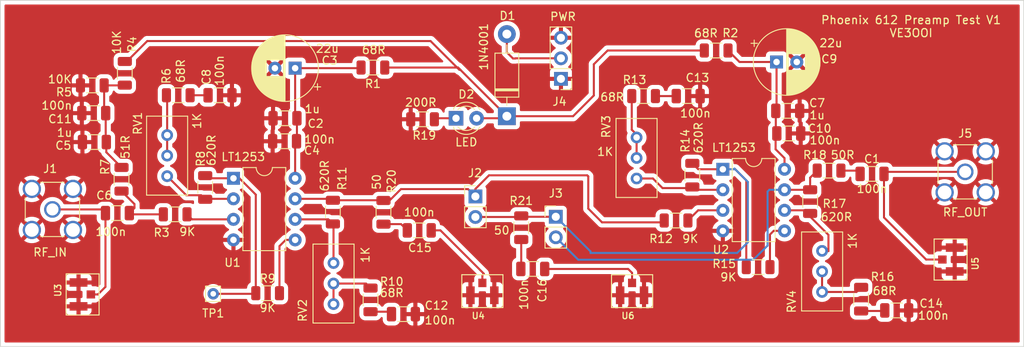
<source format=kicad_pcb>
(kicad_pcb (version 20211014) (generator pcbnew)
  (layers (0 "F.Cu" signal) (31 "B.Cu" signal) (34 "B.Paste" user) (35 "F.Paste" user) (36 "B.SilkS" user "B.Silkscreen") (37 "F.SilkS" user "F.Silkscreen") (38 "B.Mask" user) (39 "F.Mask" user) (44 "Edge.Cuts" user))
  (net 0 "")
  (net 1 "TX12V")
  (net 2 "GND")
  (net 3 "Net-(C11-Pad1)")
  (net 4 "Net-(C6-Pad1)")
  (net 5 "Net-(C6-Pad2)")
  (net 6 "Net-(C8-Pad1)")
  (net 7 "Net-(C12-Pad1)")
  (net 8 "Net-(C13-Pad1)")
  (net 9 "Net-(C14-Pad1)")
  (net 10 "Net-(C15-Pad2)")
  (net 11 "Net-(C16-Pad2)")
  (net 12 "Net-(D1-Pad2)")
  (net 13 "Net-(D2-Pad1)")
  (net 14 "Net-(R11-Pad1)")
  (net 15 "Net-(R14-Pad2)")
  (net 16 "Net-(R17-Pad1)")
  (net 17 "Net-(J5-Pad1)")
  (net 18 "Net-(R3-Pad2)")
  (net 19 "Net-(R6-Pad1)")
  (net 20 "Net-(R8-Pad1)")
  (net 21 "Net-(R8-Pad2)")
  (net 22 "Net-(R9-Pad2)")
  (net 23 "Net-(R10-Pad1)")
  (net 24 "Net-(R11-Pad2)")
  (net 25 "Net-(U2-Pad3)")
  (net 26 "Net-(R13-Pad1)")
  (net 27 "Net-(R14-Pad1)")
  (net 28 "Net-(R15-Pad2)")
  (net 29 "Net-(R16-Pad1)")
  (net 30 "Net-(R17-Pad2)")
  (net 31 "Net-(R18-Pad2)")
  (net 32 "Net-(C15-Pad1)")
  (net 33 "Net-(U6-Pad1)")
  (net 34 "Net-(C2-Pad1)")
  (net 35 "Net-(C10-Pad1)")
  (footprint "Resistor_SMD:R_1206_3216Metric" (layer "F.Cu") (at 42.3545 42.2783 90)
    (fp_text reference "R8" (at 3.556 -0.5588 270) (layer "F.SilkS"))
    (fp_text value "620R" (at 4.5974 0.762 270) (layer "F.SilkS"))
    (pad "1" smd roundrect (at -1.4625 0 90) (size 1.125 1.75) (layers "F.Cu" "F.Paste" "F.Mask") (roundrect_rratio 0.2222222222) (net 20 "Net-(R8-Pad1)"))
    (pad "2" smd roundrect (at 1.4625 0 90) (size 1.125 1.75) (layers "F.Cu" "F.Paste" "F.Mask") (roundrect_rratio 0.2222222222) (net 21 "Net-(R8-Pad2)"))
  )
  (footprint "Diode_THT:D_DO-41_SOD81_P10.16mm_Horizontal" (layer "F.Cu") (at 79.6163 33.4645 90)
    (fp_text reference "D1" (at 12.4206 0.0762 180) (layer "F.SilkS"))
    (fp_text value "1N4001" (at 8.5852 -2.8448 90) (layer "F.SilkS"))
    (pad "1" thru_hole rect (at 0 0 90) (size 2.2 2.2) (drill 1.1) (layers *.Cu *.Mask) (net 1 "TX12V"))
    (pad "2" thru_hole oval (at 10.16 0 90) (size 2.2 2.2) (drill 1.1) (layers *.Cu *.Mask) (net 12 "Net-(D1-Pad2)"))
  )
  (footprint "Capacitor_SMD:C_1206_3216Metric" (layer "F.Cu") (at 52.1589 36.5633 180)
    (fp_text reference "C4" (at -3.3782 -1.143) (layer "F.SilkS"))
    (fp_text value "100n" (at -4.318 0.2286) (layer "F.SilkS"))
    (pad "1" smd roundrect (at -1.475 0 180) (size 1.15 1.8) (layers "F.Cu" "F.Paste" "F.Mask") (roundrect_rratio 0.2173913043) (net 34 "Net-(C2-Pad1)"))
    (pad "2" smd roundrect (at 1.475 0 180) (size 1.15 1.8) (layers "F.Cu" "F.Paste" "F.Mask") (roundrect_rratio 0.2173913043) (net 2 "GND"))
  )
  (footprint "Resistor_SMD:R_1206_3216Metric" (layer "F.Cu") (at 102.5271 40.7543 90)
    (fp_text reference "R14" (at 4.2418 -0.8636 270) (layer "F.SilkS"))
    (fp_text value "620R" (at 4.6228 0.762 270) (layer "F.SilkS"))
    (pad "1" smd roundrect (at -1.4625 0 90) (size 1.125 1.75) (layers "F.Cu" "F.Paste" "F.Mask") (roundrect_rratio 0.2222222222) (net 27 "Net-(R14-Pad1)"))
    (pad "2" smd roundrect (at 1.4625 0 90) (size 1.125 1.75) (layers "F.Cu" "F.Paste" "F.Mask") (roundrect_rratio 0.2222222222) (net 15 "Net-(R14-Pad2)"))
  )
  (footprint "Custom_RF:U.FL-R-SMT" (layer "F.Cu") (at 95.0849 55.6133 180)
    (fp_text reference "U6" (at 0.508 -2.54 180) (layer "F.SilkS") (effects (font (size 0.787402 0.787402))))
    (fp_text value "U.FL-R-SMT")
    (pad "1" smd rect (at 0 1.525 180) (size 1 1.05) (layers "F.Cu" "F.Paste" "F.Mask") (net 33 "Net-(U6-Pad1)"))
    (pad "2" smd rect (at 1.475 0 180) (size 1.05 2.2) (layers "F.Cu" "F.Paste" "F.Mask") (net 2 "GND"))
    (pad "3" smd rect (at -1.475 0 180) (size 1.05 2.2) (layers "F.Cu" "F.Paste" "F.Mask") (net 2 "GND"))
  )
  (footprint "Connector_Pin:Pin_D0.7mm_L6.5mm_W1.8mm_FlatFork" (layer "F.Cu") (at 43.3451 55.4355)
    (fp_text reference "TP1" (at 0 2.413) (layer "F.SilkS"))
    (fp_text value "TestPoint" hide)
    (pad "1" thru_hole circle (at 0 0) (size 1.4 1.4) (drill 0.7) (layers *.Cu *.Mask) (net 21 "Net-(R8-Pad2)"))
  )
  (footprint "Custom_RF:U.FL-R-SMT" (layer "F.Cu") (at 26.7071 55.5117 90)
    (fp_text reference "U3" (at 0.508 -2.54 90) (layer "F.SilkS") (effects (font (size 0.787402 0.787402))))
    (fp_text value "RF_IN")
    (pad "1" smd rect (at 0 1.525 90) (size 1 1.05) (layers "F.Cu" "F.Paste" "F.Mask") (net 4 "Net-(C6-Pad1)"))
    (pad "2" smd rect (at 1.475 0 90) (size 1.05 2.2) (layers "F.Cu" "F.Paste" "F.Mask") (net 2 "GND"))
    (pad "3" smd rect (at -1.475 0 90) (size 1.05 2.2) (layers "F.Cu" "F.Paste" "F.Mask") (net 2 "GND"))
  )
  (footprint "Connector_PinHeader_2.54mm:PinHeader_1x02_P2.54mm_Vertical" (layer "F.Cu") (at 85.6615 45.9055)
    (fp_text reference "J3" (at 0 -2.8956) (layer "F.SilkS"))
    (fp_text value "Conn_01x02" hide)
    (pad "1" thru_hole rect (at 0 0) (size 1.7 1.7) (drill 1) (layers *.Cu *.Mask) (net 15 "Net-(R14-Pad2)"))
    (pad "2" thru_hole oval (at 0 2.54) (size 1.7 1.7) (drill 1) (layers *.Cu *.Mask) (net 16 "Net-(R17-Pad1)"))
  )
  (footprint "Package_DIP:DIP-8_W7.62mm" (layer "F.Cu") (at 45.8443 41.1453)
    (fp_text reference "U1" (at -0.1116 10.4294) (layer "F.SilkS"))
    (fp_text value "LT1253" (at 1.2092 -2.6516) (layer "F.SilkS"))
    (pad "1" thru_hole rect (at 0 0) (size 1.6 1.6) (drill 0.8) (layers *.Cu *.Mask) (net 21 "Net-(R8-Pad2)"))
    (pad "2" thru_hole oval (at 0 2.54) (size 1.6 1.6) (drill 0.8) (layers *.Cu *.Mask) (net 20 "Net-(R8-Pad1)"))
    (pad "3" thru_hole oval (at 0 5.08) (size 1.6 1.6) (drill 0.8) (layers *.Cu *.Mask) (net 18 "Net-(R3-Pad2)"))
    (pad "4" thru_hole oval (at 0 7.62) (size 1.6 1.6) (drill 0.8) (layers *.Cu *.Mask) (net 2 "GND"))
    (pad "5" thru_hole oval (at 7.62 7.62) (size 1.6 1.6) (drill 0.8) (layers *.Cu *.Mask) (net 22 "Net-(R9-Pad2)"))
    (pad "6" thru_hole oval (at 7.62 5.08) (size 1.6 1.6) (drill 0.8) (layers *.Cu *.Mask) (net 24 "Net-(R11-Pad2)"))
    (pad "7" thru_hole oval (at 7.62 2.54) (size 1.6 1.6) (drill 0.8) (layers *.Cu *.Mask) (net 14 "Net-(R11-Pad1)"))
    (pad "8" thru_hole oval (at 7.62 0) (size 1.6 1.6) (drill 0.8) (layers *.Cu *.Mask) (net 34 "Net-(C2-Pad1)"))
  )
  (footprint "Capacitor_SMD:C_1206_3216Metric" (layer "F.Cu") (at 66.8401 57.9501)
    (fp_text reference "C12" (at 4.0894 -1.0668) (layer "F.SilkS"))
    (fp_text value "100n" (at 4.5212 0.762) (layer "F.SilkS"))
    (pad "1" smd roundrect (at -1.475 0) (size 1.15 1.8) (layers "F.Cu" "F.Paste" "F.Mask") (roundrect_rratio 0.2173913043) (net 7 "Net-(C12-Pad1)"))
    (pad "2" smd roundrect (at 1.475 0) (size 1.15 1.8) (layers "F.Cu" "F.Paste" "F.Mask") (roundrect_rratio 0.2173913043) (net 2 "GND"))
  )
  (footprint "Connector_PinHeader_2.54mm:PinHeader_1x02_P2.54mm_Vertical" (layer "F.Cu") (at 75.7301 43.3909)
    (fp_text reference "J2" (at -0.0508 -2.8906) (layer "F.SilkS"))
    (fp_text value "Conn_01x02" hide)
    (pad "1" thru_hole rect (at 0 0) (size 1.7 1.7) (drill 1) (layers *.Cu *.Mask) (net 14 "Net-(R11-Pad1)"))
    (pad "2" thru_hole oval (at 0 2.54) (size 1.7 1.7) (drill 1) (layers *.Cu *.Mask) (net 15 "Net-(R14-Pad2)"))
  )
  (footprint "Capacitor_SMD:C_1206_3216Metric" (layer "F.Cu") (at 114.3127 32.8041)
    (fp_text reference "C7" (at 3.6322 -0.9652) (layer "F.SilkS"))
    (fp_text value "1u" (at 3.6322 0.5334) (layer "F.SilkS"))
    (pad "1" smd roundrect (at -1.475 0) (size 1.15 1.8) (layers "F.Cu" "F.Paste" "F.Mask") (roundrect_rratio 0.2173913043) (net 35 "Net-(C10-Pad1)"))
    (pad "2" smd roundrect (at 1.475 0) (size 1.15 1.8) (layers "F.Cu" "F.Paste" "F.Mask") (roundrect_rratio 0.2173913043) (net 2 "GND"))
  )
  (footprint "Capacitor_SMD:C_1206_3216Metric" (layer "F.Cu") (at 127.7747 57.4929)
    (fp_text reference "C14" (at 4.2672 -0.8636) (layer "F.SilkS"))
    (fp_text value "100n" (at 4.5212 0.635) (layer "F.SilkS"))
    (pad "1" smd roundrect (at -1.475 0) (size 1.15 1.8) (layers "F.Cu" "F.Paste" "F.Mask") (roundrect_rratio 0.2173913043) (net 9 "Net-(C14-Pad1)"))
    (pad "2" smd roundrect (at 1.475 0) (size 1.15 1.8) (layers "F.Cu" "F.Paste" "F.Mask") (roundrect_rratio 0.2173913043) (net 2 "GND"))
  )
  (footprint "Potentiometer_THT:Potentiometer_Bourns_3296W_Vertical" (layer "F.Cu") (at 95.6437 41.1707 -90)
    (fp_text reference "RV3" (at -6.4108 3.7592 90) (layer "F.SilkS"))
    (fp_text value "1K" (at -3.312 3.8862 180) (layer "F.SilkS"))
    (pad "1" thru_hole circle (at 0 0 270) (size 1.44 1.44) (drill 0.8) (layers *.Cu *.Mask) (net 27 "Net-(R14-Pad1)"))
    (pad "2" thru_hole circle (at -2.54 0 270) (size 1.44 1.44) (drill 0.8) (layers *.Cu *.Mask) (net 26 "Net-(R13-Pad1)"))
    (pad "3" thru_hole circle (at -5.08 0 270) (size 1.44 1.44) (drill 0.8) (layers *.Cu *.Mask) (net 26 "Net-(R13-Pad1)"))
  )
  (footprint "Resistor_SMD:R_1206_3216Metric" (layer "F.Cu") (at 62.7761 56.1868 -90)
    (fp_text reference "R10" (at -2.2606 -2.6162 180) (layer "F.SilkS"))
    (fp_text value "68R" (at -0.8636 -2.6162 180) (layer "F.SilkS"))
    (pad "1" smd roundrect (at -1.4625 0 270) (size 1.125 1.75) (layers "F.Cu" "F.Paste" "F.Mask") (roundrect_rratio 0.2222222222) (net 23 "Net-(R10-Pad1)"))
    (pad "2" smd roundrect (at 1.4625 0 270) (size 1.125 1.75) (layers "F.Cu" "F.Paste" "F.Mask") (roundrect_rratio 0.2222222222) (net 7 "Net-(C12-Pad1)"))
  )
  (footprint "Resistor_SMD:R_1206_3216Metric" (layer "F.Cu") (at 123.3805 56.0959 -90)
    (fp_text reference "R16" (at -2.7686 -2.6416 180) (layer "F.SilkS"))
    (fp_text value "68R" (at -1.016 -2.8956 180) (layer "F.SilkS"))
    (pad "1" smd roundrect (at -1.4625 0 270) (size 1.125 1.75) (layers "F.Cu" "F.Paste" "F.Mask") (roundrect_rratio 0.2222222222) (net 29 "Net-(R16-Pad1)"))
    (pad "2" smd roundrect (at 1.4625 0 270) (size 1.125 1.75) (layers "F.Cu" "F.Paste" "F.Mask") (roundrect_rratio 0.2222222222) (net 9 "Net-(C14-Pad1)"))
  )
  (footprint "Resistor_SMD:R_1206_3216Metric" (layer "F.Cu") (at 110.6551 52.1335)
    (fp_text reference "R15" (at -4.191 -0.4064) (layer "F.SilkS"))
    (fp_text value "9K" (at -3.683 1.2446) (layer "F.SilkS"))
    (pad "1" smd roundrect (at -1.4625 0) (size 1.125 1.75) (layers "F.Cu" "F.Paste" "F.Mask") (roundrect_rratio 0.2222222222) (net 15 "Net-(R14-Pad2)"))
    (pad "2" smd roundrect (at 1.4625 0) (size 1.125 1.75) (layers "F.Cu" "F.Paste" "F.Mask") (roundrect_rratio 0.2222222222) (net 28 "Net-(R15-Pad2)"))
  )
  (footprint "Resistor_SMD:R_1206_3216Metric" (layer "F.Cu") (at 50.0654 55.3593)
    (fp_text reference "R9" (at 0 -1.82) (layer "F.SilkS"))
    (fp_text value "9K" (at 0 1.82) (layer "F.SilkS"))
    (pad "1" smd roundrect (at -1.4625 0) (size 1.125 1.75) (layers "F.Cu" "F.Paste" "F.Mask") (roundrect_rratio 0.2222222222) (net 21 "Net-(R8-Pad2)"))
    (pad "2" smd roundrect (at 1.4625 0) (size 1.125 1.75) (layers "F.Cu" "F.Paste" "F.Mask") (roundrect_rratio 0.2222222222) (net 22 "Net-(R9-Pad2)"))
  )
  (footprint "Capacitor_SMD:C_1206_3216Metric" (layer "F.Cu") (at 68.7959 47.5869)
    (fp_text reference "C15" (at 0.0762 2.159 180) (layer "F.SilkS"))
    (fp_text value "100n" (at 0 -2.2352 180) (layer "F.SilkS"))
    (pad "1" smd roundrect (at -1.475 0) (size 1.15 1.8) (layers "F.Cu" "F.Paste" "F.Mask") (roundrect_rratio 0.2173913043) (net 32 "Net-(C15-Pad1)"))
    (pad "2" smd roundrect (at 1.475 0) (size 1.15 1.8) (layers "F.Cu" "F.Paste" "F.Mask") (roundrect_rratio 0.2173913043) (net 10 "Net-(C15-Pad2)"))
  )
  (footprint "Capacitor_SMD:C_1206_3216Metric" (layer "F.Cu") (at 124.7285 40.6019)
    (fp_text reference "C1" (at 0 -1.85) (layer "F.SilkS"))
    (fp_text value "100n" (at 0 1.85) (layer "F.SilkS"))
    (pad "1" smd roundrect (at -1.475 0) (size 1.15 1.8) (layers "F.Cu" "F.Paste" "F.Mask") (roundrect_rratio 0.2173913043) (net 31 "Net-(R18-Pad2)"))
    (pad "2" smd roundrect (at 1.475 0) (size 1.15 1.8) (layers "F.Cu" "F.Paste" "F.Mask") (roundrect_rratio 0.2173913043) (net 17 "Net-(J5-Pad1)"))
  )
  (footprint "Resistor_SMD:R_1206_3216Metric" (layer "F.Cu") (at 28.4099 29.6545 180)
    (fp_text reference "R5" (at 3.5052 -0.8382) (layer "F.SilkS"))
    (fp_text value "10K" (at 4.0132 0.762) (layer "F.SilkS"))
    (pad "1" smd roundrect (at -1.4625 0 180) (size 1.125 1.75) (layers "F.Cu" "F.Paste" "F.Mask") (roundrect_rratio 0.2222222222) (net 3 "Net-(C11-Pad1)"))
    (pad "2" smd roundrect (at 1.4625 0 180) (size 1.125 1.75) (layers "F.Cu" "F.Paste" "F.Mask") (roundrect_rratio 0.2222222222) (net 2 "GND"))
  )
  (footprint "Capacitor_SMD:C_1206_3216Metric" (layer "F.Cu") (at 82.8167 52.3621 180)
    (fp_text reference "C16" (at -1.1684 -2.667 90) (layer "F.SilkS"))
    (fp_text value "100n" (at 1.0922 -3.175 90) (layer "F.SilkS"))
    (pad "1" smd roundrect (at -1.475 0 180) (size 1.15 1.8) (layers "F.Cu" "F.Paste" "F.Mask") (roundrect_rratio 0.2173913043) (net 33 "Net-(U6-Pad1)"))
    (pad "2" smd roundrect (at 1.475 0 180) (size 1.15 1.8) (layers "F.Cu" "F.Paste" "F.Mask") (roundrect_rratio 0.2173913043) (net 11 "Net-(C16-Pad2)"))
  )
  (footprint "Capacitor_SMD:C_1206_3216Metric" (layer "F.Cu") (at 44.1833 30.8737)
    (fp_text reference "C8" (at -1.6764 -2.2606 90) (layer "F.SilkS"))
    (fp_text value "100n" (at -0.0508 -3.048 90) (layer "F.SilkS"))
    (pad "1" smd roundrect (at -1.475 0) (size 1.15 1.8) (layers "F.Cu" "F.Paste" "F.Mask") (roundrect_rratio 0.2173913043) (net 6 "Net-(C8-Pad1)"))
    (pad "2" smd roundrect (at 1.475 0) (size 1.15 1.8) (layers "F.Cu" "F.Paste" "F.Mask") (roundrect_rratio 0.2173913043) (net 2 "GND"))
  )
  (footprint "Potentiometer_THT:Potentiometer_Bourns_3296W_Vertical" (layer "F.Cu") (at 58.2041 51.6255 90)
    (fp_text reference "RV2" (at -5.8674 -3.81 90) (layer "F.SilkS"))
    (fp_text value "1K" (at 1.016 3.937 90) (layer "F.SilkS"))
    (pad "1" thru_hole circle (at 0 0 90) (size 1.44 1.44) (drill 0.8) (layers *.Cu *.Mask) (net 24 "Net-(R11-Pad2)"))
    (pad "2" thru_hole circle (at -2.54 0 90) (size 1.44 1.44) (drill 0.8) (layers *.Cu *.Mask) (net 23 "Net-(R10-Pad1)"))
    (pad "3" thru_hole circle (at -5.08 0 90) (size 1.44 1.44) (drill 0.8) (layers *.Cu *.Mask) (net 23 "Net-(R10-Pad1)"))
  )
  (footprint "Capacitor_SMD:C_1206_3216Metric" (layer "F.Cu") (at 28.5877 33.0835 180)
    (fp_text reference "C11" (at 4.1656 -0.7366) (layer "F.SilkS"))
    (fp_text value "100n" (at 4.572 0.9398) (layer "F.SilkS"))
    (pad "1" smd roundrect (at -1.475 0 180) (size 1.15 1.8) (layers "F.Cu" "F.Paste" "F.Mask") (roundrect_rratio 0.2173913043) (net 3 "Net-(C11-Pad1)"))
    (pad "2" smd roundrect (at 1.475 0 180) (size 1.15 1.8) (layers "F.Cu" "F.Paste" "F.Mask") (roundrect_rratio 0.2173913043) (net 2 "GND"))
  )
  (footprint "Capacitor_SMD:C_1206_3216Metric" (layer "F.Cu") (at 28.6639 36.6649 180)
    (fp_text reference "C5" (at 3.8354 -0.4318) (layer "F.SilkS"))
    (fp_text value "1u" (at 3.683 1.1684) (layer "F.SilkS"))
    (pad "1" smd roundrect (at -1.475 0 180) (size 1.15 1.8) (layers "F.Cu" "F.Paste" "F.Mask") (roundrect_rratio 0.2173913043) (net 3 "Net-(C11-Pad1)"))
    (pad "2" smd roundrect (at 1.475 0 180) (size 1.15 1.8) (layers "F.Cu" "F.Paste" "F.Mask") (roundrect_rratio 0.2173913043) (net 2 "GND"))
  )
  (footprint "Resistor_SMD:R_1206_3216Metric" (layer "F.Cu") (at 32.0167 41.2623 90)
    (fp_text reference "R7" (at 1.524 -2.032 270) (layer "F.SilkS"))
    (fp_text value "51R" (at 3.9878 0.4826 270) (layer "F.SilkS"))
    (pad "1" smd roundrect (at -1.4625 0 90) (size 1.125 1.75) (layers "F.Cu" "F.Paste" "F.Mask") (roundrect_rratio 0.2222222222) (net 5 "Net-(C6-Pad2)"))
    (pad "2" smd roundrect (at 1.4625 0 90) (size 1.125 1.75) (layers "F.Cu" "F.Paste" "F.Mask") (roundrect_rratio 0.2222222222) (net 3 "Net-(C11-Pad1)"))
  )
  (footprint "Capacitor_SMD:C_1206_3216Metric" (layer "F.Cu") (at 31.5087 45.4533)
    (fp_text reference "C6" (at -1.6256 -2.1844) (layer "F.SilkS"))
    (fp_text value "100n" (at -0.8128 2.3114) (layer "F.SilkS"))
    (pad "1" smd roundrect (at -1.475 0) (size 1.15 1.8) (layers "F.Cu" "F.Paste" "F.Mask") (roundrect_rratio 0.2173913043) (net 4 "Net-(C6-Pad1)"))
    (pad "2" smd roundrect (at 1.475 0) (size 1.15 1.8) (layers "F.Cu" "F.Paste" "F.Mask") (roundrect_rratio 0.2173913043) (net 5 "Net-(C6-Pad2)"))
  )
  (footprint "Resistor_SMD:R_1206_3216Metric" (layer "F.Cu") (at 38.6461 45.6057)
    (fp_text reference "R3" (at -1.6764 2.2606) (layer "F.SilkS"))
    (fp_text value "9K" (at 1.4986 2.159) (layer "F.SilkS"))
    (pad "1" smd roundrect (at -1.4625 0) (size 1.125 1.75) (layers "F.Cu" "F.Paste" "F.Mask") (roundrect_rratio 0.2222222222) (net 5 "Net-(C6-Pad2)"))
    (pad "2" smd roundrect (at 1.4625 0) (size 1.125 1.75) (layers "F.Cu" "F.Paste" "F.Mask") (roundrect_rratio 0.2222222222) (net 18 "Net-(R3-Pad2)"))
  )
  (footprint "Custom_RF:U.FL-R-SMT" (layer "F.Cu") (at 76.5919 55.6133 180)
    (fp_text reference "U4" (at 0.508 -2.54 180) (layer "F.SilkS") (effects (font (size 0.787402 0.787402))))
    (fp_text value "U.FL-R-SMT")
    (pad "1" smd rect (at 0 1.525 180) (size 1 1.05) (layers "F.Cu" "F.Paste" "F.Mask") (net 10 "Net-(C15-Pad2)"))
    (pad "2" smd rect (at 1.475 0 180) (size 1.05 2.2) (layers "F.Cu" "F.Paste" "F.Mask") (net 2 "GND"))
    (pad "3" smd rect (at -1.475 0 180) (size 1.05 2.2) (layers "F.Cu" "F.Paste" "F.Mask") (net 2 "GND"))
  )
  (footprint "Potentiometer_THT:Potentiometer_Bourns_3296W_Vertical" (layer "F.Cu") (at 37.6555 40.8813 -90)
    (fp_text reference "RV1" (at -6.5278 3.6322 90) (layer "F.SilkS"))
    (fp_text value "1K" (at -6.8326 -3.683 -90) (layer "F.SilkS"))
    (pad "1" thru_hole circle (at 0 0 270) (size 1.44 1.44) (drill 0.8) (layers *.Cu *.Mask) (net 20 "Net-(R8-Pad1)"))
    (pad "2" thru_hole circle (at -2.54 0 270) (size 1.44 1.44) (drill 0.8) (layers *.Cu *.Mask) (net 19 "Net-(R6-Pad1)"))
    (pad "3" thru_hole circle (at -5.08 0 270) (size 1.44 1.44) (drill 0.8) (layers *.Cu *.Mask) (net 19 "Net-(R6-Pad1)"))
  )
  (footprint "Resistor_SMD:R_1206_3216Metric" (layer "F.Cu") (at 64.3763 45.3517 -90)
    (fp_text reference "R20" (at -3.8608 -0.9906 90) (layer "F.SilkS"))
    (fp_text value "50" (at -3.7592 0.8382 90) (layer "F.SilkS"))
    (pad "1" smd roundrect (at -1.4625 0 270) (size 1.125 1.75) (layers "F.Cu" "F.Paste" "F.Mask") (roundrect_rratio 0.2222222222) (net 14 "Net-(R11-Pad1)"))
    (pad "2" smd roundrect (at 1.4625 0 270) (size 1.125 1.75) (layers "F.Cu" "F.Paste" "F.Mask") (roundrect_rratio 0.2222222222) (net 32 "Net-(C15-Pad1)"))
  )
  (footprint "Resistor_SMD:R_1206_3216Metric" (layer "F.Cu") (at 105.4735 25.3365)
    (fp_text reference "R2" (at 1.7526 -2.159) (layer "F.SilkS"))
    (fp_text value "68R" (at -1.27 -2.1336) (layer "F.SilkS"))
    (pad "1" smd roundrect (at -1.4625 0) (size 1.125 1.75) (layers "F.Cu" "F.Paste" "F.Mask") (roundrect_rratio 0.2222222222) (net 1 "TX12V"))
    (pad "2" smd roundrect (at 1.4625 0) (size 1.125 1.75) (layers "F.Cu" "F.Paste" "F.Mask") (roundrect_rratio 0.2222222222) (net 35 "Net-(C10-Pad1)"))
  )
  (footprint "Capacitor_SMD:C_1206_3216Metric" (layer "F.Cu") (at 52.2097 33.7185 180)
    (fp_text reference "C2" (at -3.7846 -0.6604) (layer "F.SilkS"))
    (fp_text value "1u" (at -3.3782 1.143) (layer "F.SilkS"))
    (pad "1" smd roundrect (at -1.475 0 180) (size 1.15 1.8) (layers "F.Cu" "F.Paste" "F.Mask") (roundrect_rratio 0.2173913043) (net 34 "Net-(C2-Pad1)"))
    (pad "2" smd roundrect (at 1.475 0 180) (size 1.15 1.8) (layers "F.Cu" "F.Paste" "F.Mask") (roundrect_rratio 0.2173913043) (net 2 "GND"))
  )
  (footprint "Resistor_SMD:R_1206_3216Metric" (layer "F.Cu") (at 119.4181 40.1955)
    (fp_text reference "R18" (at -1.7526 -1.9304) (layer "F.SilkS"))
    (fp_text value "50R" (at 1.6764 -1.9304) (layer "F.SilkS"))
    (pad "1" smd roundrect (at -1.4625 0) (size 1.125 1.75) (layers "F.Cu" "F.Paste" "F.Mask") (roundrect_rratio 0.2222222222) (net 16 "Net-(R17-Pad1)"))
    (pad "2" smd roundrect (at 1.4625 0) (size 1.125 1.75) (layers "F.Cu" "F.Paste" "F.Mask") (roundrect_rratio 0.2222222222) (net 31 "Net-(R18-Pad2)"))
  )
  (footprint "Resistor_SMD:R_1206_3216Metric" (layer "F.Cu") (at 58.1279 45.3263 -90)
    (fp_text reference "R11" (at -4.1656 -1.143 90) (layer "F.SilkS"))
    (fp_text value "620R" (at -4.4958 1.016 90) (layer "F.SilkS"))
    (pad "1" smd roundrect (at -1.4625 0 270) (size 1.125 1.75) (layers "F.Cu" "F.Paste" "F.Mask") (roundrect_rratio 0.2222222222) (net 14 "Net-(R11-Pad1)"))
    (pad "2" smd roundrect (at 1.4625 0 270) (size 1.125 1.75) (layers "F.Cu" "F.Paste" "F.Mask") (roundrect_rratio 0.2222222222) (net 24 "Net-(R11-Pad2)"))
  )
  (footprint "Capacitor_THT:CP_Radial_D8.0mm_P2.50mm" (layer "F.Cu") (at 112.931449 26.7589)
    (fp_text reference "C9" (at 6.512051 -0.3556) (layer "F.SilkS"))
    (fp_text value "22u" (at 6.715251 -2.3368) (layer "F.SilkS"))
    (pad "1" thru_hole rect (at 0 0) (size 1.6 1.6) (drill 0.8) (layers *.Cu *.Mask) (net 35 "Net-(C10-Pad1)"))
    (pad "2" thru_hole circle (at 2.5 0) (size 1.6 1.6) (drill 0.8) (layers *.Cu *.Mask) (net 2 "GND"))
  )
  (footprint "Resistor_SMD:R_1206_3216Metric" (layer "F.Cu") (at 32.4231 28.1559 -90)
    (fp_text reference "R4" (at -3.5814 -0.9144 90) (layer "F.SilkS"))
    (fp_text value "10K" (at -3.8354 0.9906 -90) (layer "F.SilkS"))
    (pad "1" smd roundrect (at -1.4625 0 270) (size 1.125 1.75) (layers "F.Cu" "F.Paste" "F.Mask") (roundrect_rratio 0.2222222222) (net 1 "TX12V"))
    (pad "2" smd roundrect (at 1.4625 0 270) (size 1.125 1.75) (layers "F.Cu" "F.Paste" "F.Mask") (roundrect_rratio 0.2222222222) (net 3 "Net-(C11-Pad1)"))
  )
  (footprint "Resistor_SMD:R_1206_3216Metric" (layer "F.Cu") (at 69.2023 33.8455 180)
    (fp_text reference "R19" (at -0.2139 -2.0066) (layer "F.SilkS"))
    (fp_text value "200R" (at 0.2179 2.0828) (layer "F.SilkS"))
    (pad "1" smd roundrect (at -1.4625 0 180) (size 1.125 1.75) (layers "F.Cu" "F.Paste" "F.Mask") (roundrect_rratio 0.2222222222) (net 13 "Net-(D2-Pad1)"))
    (pad "2" smd roundrect (at 1.4625 0 180) (size 1.125 1.75) (layers "F.Cu" "F.Paste" "F.Mask") (roundrect_rratio 0.2222222222) (net 2 "GND"))
  )
  (footprint "Connector_PinHeader_2.54mm:PinHeader_1x03_P2.54mm_Vertical" (layer "F.Cu") (at 86.2965 28.8417 180)
    (fp_text reference "J4" (at 0.1778 -2.8194) (layer "F.SilkS"))
    (fp_text value "PWR" (at -0.254 7.6962) (layer "F.SilkS"))
    (pad "1" thru_hole rect (at 0 0 180) (size 1.7 1.7) (drill 1) (layers *.Cu *.Mask) (net 2 "GND"))
    (pad "2" thru_hole oval (at 0 2.54 180) (size 1.7 1.7) (drill 1) (layers *.Cu *.Mask) (net 12 "Net-(D1-Pad2)"))
    (pad "3" thru_hole oval (at 0 5.08 180) (size 1.7 1.7) (drill 1) (layers *.Cu *.Mask) (net 2 "GND"))
  )
  (footprint "Potentiometer_THT:Potentiometer_Bourns_3296W_Vertical" (layer "F.Cu") (at 118.5545 50.1269 90)
    (fp_text reference "RV4" (at -6.2738 -3.7592 90) (layer "F.SilkS"))
    (fp_text value "1K" (at 1.2446 3.7592 90) (layer "F.SilkS"))
    (pad "1" thru_hole circle (at 0 0 90) (size 1.44 1.44) (drill 0.8) (layers *.Cu *.Mask) (net 30 "Net-(R17-Pad2)"))
    (pad "2" thru_hole circle (at -2.54 0 90) (size 1.44 1.44) (drill 0.8) (layers *.Cu *.Mask) (net 29 "Net-(R16-Pad1)"))
    (pad "3" thru_hole circle (at -5.08 0 90) (size 1.44 1.44) (drill 0.8) (layers *.Cu *.Mask) (net 29 "Net-(R16-Pad1)"))
  )
  (footprint "Connector_Coaxial:SMA_Amphenol_901-144_Vertical" (layer "F.Cu") (at 23.4823 44.9961)
    (fp_text reference "J1" (at -0.2794 -5.0292) (layer "F.SilkS"))
    (fp_text value "RF_IN" (at -0.2794 5.3086) (layer "F.SilkS"))
    (pad "1" thru_hole circle (at 0 0) (size 2.05 2.05) (drill 1.5) (layers *.Cu *.Mask) (net 4 "Net-(C6-Pad1)"))
    (pad "2" thru_hole circle (at 2.54 -2.54) (size 2.25 2.25) (drill 1.7) (layers *.Cu *.Mask) (net 2 "GND"))
    (pad "2" thru_hole circle (at -2.54 -2.54) (size 2.25 2.25) (drill 1.7) (layers *.Cu *.Mask) (net 2 "GND"))
    (pad "2" thru_hole circle (at -2.54 2.54) (size 2.25 2.25) (drill 1.7) (layers *.Cu *.Mask) (net 2 "GND"))
    (pad "2" thru_hole circle (at 2.54 2.54) (size 2.25 2.25) (drill 1.7) (layers *.Cu *.Mask) (net 2 "GND"))
  )
  (footprint "Resistor_SMD:R_1206_3216Metric" (layer "F.Cu") (at 63.0702 27.4447 180)
    (fp_text reference "R1" (at 0 -2.0066) (layer "F.SilkS"))
    (fp_text value "68R" (at -0.1016 2.1844) (layer "F.SilkS"))
    (pad "1" smd roundrect (at -1.4625 0 180) (size 1.125 1.75) (layers "F.Cu" "F.Paste" "F.Mask") (roundrect_rratio 0.2222222222) (net 1 "TX12V"))
    (pad "2" smd roundrect (at 1.4625 0 180) (size 1.125 1.75) (layers "F.Cu" "F.Paste" "F.Mask") (roundrect_rratio 0.2222222222) (net 34 "Net-(C2-Pad1)"))
  )
  (footprint "LED_THT:LED_D3.0mm" (layer "F.Cu") (at 73.3375 33.7185)
    (fp_text reference "D2" (at 1.27 -2.96) (layer "F.SilkS"))
    (fp_text value "LED" (at 1.27 2.96) (layer "F.SilkS"))
    (pad "1" thru_hole rect (at 0 0) (size 1.8 1.8) (drill 0.9) (layers *.Cu *.Mask) (net 13 "Net-(D2-Pad1)"))
    (pad "2" thru_hole circle (at 2.54 0) (size 1.8 1.8) (drill 0.9) (layers *.Cu *.Mask) (net 1 "TX12V"))
  )
  (footprint "Custom_RF:U.FL-R-SMT" (layer "F.Cu") (at 134.9375 51.1937 -90)
    (fp_text reference "U5" (at 0.508 -2.54 -90) (layer "F.SilkS") (effects (font (size 0.787402 0.787402))))
    (fp_text value "RF_OUT")
    (pad "1" smd rect (at 0 1.525 270) (size 1 1.05) (layers "F.Cu" "F.Paste" "F.Mask") (net 17 "Net-(J5-Pad1)"))
    (pad "2" smd rect (at 1.475 0 270) (size 1.05 2.2) (layers "F.Cu" "F.Paste" "F.Mask") (net 2 "GND"))
    (pad "3" smd rect (at -1.475 0 270) (size 1.05 2.2) (layers "F.Cu" "F.Paste" "F.Mask") (net 2 "GND"))
  )
  (footprint "Capacitor_SMD:C_1206_3216Metric" (layer "F.Cu") (at 102.0191 30.9753)
    (fp_text reference "C13" (at 1.143 -2.2606 180) (layer "F.SilkS"))
    (fp_text value "100n" (at 0.889 2.1336 180) (layer "F.SilkS"))
    (pad "1" smd roundrect (at -1.475 0) (size 1.15 1.8) (layers "F.Cu" "F.Paste" "F.Mask") (roundrect_rratio 0.2173913043) (net 8 "Net-(C13-Pad1)"))
    (pad "2" smd roundrect (at 1.475 0) (size 1.15 1.8) (layers "F.Cu" "F.Paste" "F.Mask") (roundrect_rratio 0.2173913043) (net 2 "GND"))
  )
  (footprint "Resistor_SMD:R_1206_3216Metric" (layer "F.Cu") (at 39.0271 30.8737)
    (fp_text reference "R6" (at -1.4732 -2.3876 90) (layer "F.SilkS"))
    (fp_text value "68R" (at 0.3048 -2.9972 90) (layer "F.SilkS"))
    (pad "1" smd roundrect (at -1.4625 0) (size 1.125 1.75) (layers "F.Cu" "F.Paste" "F.Mask") (roundrect_rratio 0.2222222222) (net 19 "Net-(R6-Pad1)"))
    (pad "2" smd roundrect (at 1.4625 0) (size 1.125 1.75) (layers "F.Cu" "F.Paste" "F.Mask") (roundrect_rratio 0.2222222222) (net 6 "Net-(C8-Pad1)"))
  )
  (footprint "Resistor_SMD:R_1206_3216Metric" (layer "F.Cu") (at 96.5073 30.9753)
    (fp_text reference "R13" (at -1.1176 -2.0066) (layer "F.SilkS"))
    (fp_text value "68R" (at -3.8862 0.127 180) (layer "F.SilkS"))
    (pad "1" smd roundrect (at -1.4625 0) (size 1.125 1.75) (layers "F.Cu" "F.Paste" "F.Mask") (roundrect_rratio 0.2222222222) (net 26 "Net-(R13-Pad1)"))
    (pad "2" smd roundrect (at 1.4625 0) (size 1.125 1.75) (layers "F.Cu" "F.Paste" "F.Mask") (roundrect_rratio 0.2222222222) (net 8 "Net-(C13-Pad1)"))
  )
  (footprint "Resistor_SMD:R_1206_3216Metric" (layer "F.Cu") (at 117.0813 44.0309 -90)
    (fp_text reference "R17" (at 0.254 -2.9972 180) (layer "F.SilkS"))
    (fp_text value "620R" (at 1.905 -3.2512 180) (layer "F.SilkS"))
    (pad "1" smd roundrect (at -1.4625 0 270) (size 1.125 1.75) (layers "F.Cu" "F.Paste" "F.Mask") (roundrect_rratio 0.2222222222) (net 16 "Net-(R17-Pad1)"))
    (pad "2" smd roundrect (at 1.4625 0 270) (size 1.125 1.75) (layers "F.Cu" "F.Paste" "F.Mask") (roundrect_rratio 0.2222222222) (net 30 "Net-(R17-Pad2)"))
  )
  (footprint "Connector_Coaxial:SMA_Amphenol_901-144_Vertical" (layer "F.Cu") (at 136.2329 40.3479)
    (fp_text reference "J5" (at 0 -4.75) (layer "F.SilkS"))
    (fp_text value "RF_OUT" (at 0 5) (layer "F.SilkS"))
    (pad "1" thru_hole circle (at 0 0) (size 2.05 2.05) (drill 1.5) (layers *.Cu *.Mask) (net 17 "Net-(J5-Pad1)"))
    (pad "2" thru_hole circle (at -2.54 -2.54) (size 2.25 2.25) (drill 1.7) (layers *.Cu *.Mask) (net 2 "GND"))
    (pad "2" thru_hole circle (at -2.54 2.54) (size 2.25 2.25) (drill 1.7) (layers *.Cu *.Mask) (net 2 "GND"))
    (pad "2" thru_hole circle (at 2.54 -2.54) (size 2.25 2.25) (drill 1.7) (layers *.Cu *.Mask) (net 2 "GND"))
    (pad "2" thru_hole circle (at 2.54 2.54) (size 2.25 2.25) (drill 1.7) (layers *.Cu *.Mask) (net 2 "GND"))
  )
  (footprint "Resistor_SMD:R_1206_3216Metric" (layer "F.Cu") (at 81.3943 47.2567 -90)
    (fp_text reference "R21" (at -3.3274 0 180) (layer "F.SilkS"))
    (fp_text value "50" (at 0.3302 2.413 180) (layer "F.SilkS"))
    (pad "1" smd roundrect (at -1.4625 0 270) (size 1.125 1.75) (layers "F.Cu" "F.Paste" "F.Mask") (roundrect_rratio 0.2222222222) (net 15 "Net-(R14-Pad2)"))
    (pad "2" smd roundrect (at 1.4625 0 270) (size 1.125 1.75) (layers "F.Cu" "F.Paste" "F.Mask") (roundrect_rratio 0.2222222222) (net 11 "Net-(C16-Pad2)"))
  )
  (footprint "Capacitor_SMD:C_1206_3216Metric" (layer "F.Cu") (at 114.4397 35.5981)
    (fp_text reference "C10" (at 3.81 -0.6096) (layer "F.SilkS"))
    (fp_text value "100n" (at 4.4704 0.8382) (layer "F.SilkS"))
    (pad "1" smd roundrect (at -1.475 0) (size 1.15 1.8) (layers "F.Cu" "F.Paste" "F.Mask") (roundrect_rratio 0.2173913043) (net 35 "Net-(C10-Pad1)"))
    (pad "2" smd roundrect (at 1.475 0) (size 1.15 1.8) (layers "F.Cu" "F.Paste" "F.Mask") (roundrect_rratio 0.2173913043) (net 2 "GND"))
  )
  (footprint "Package_DIP:DIP-8_W7.62mm" (layer "F.Cu") (at 106.2963 40.0277)
    (fp_text reference "U2" (at -0.2386 9.9468) (layer "F.SilkS"))
    (fp_text value "LT1253" (at 1.3616 -2.677) (layer "F.SilkS"))
    (pad "1" thru_hole rect (at 0 0) (size 1.6 1.6) (drill 0.8) (layers *.Cu *.Mask) (net 15 "Net-(R14-Pad2)"))
    (pad "2" thru_hole oval (at 0 2.54) (size 1.6 1.6) (drill 0.8) (layers *.Cu *.Mask) (net 27 "Net-(R14-Pad1)"))
    (pad "3" thru_hole oval (at 0 5.08) (size 1.6 1.6) (drill 0.8) (layers *.Cu *.Mask) (net 25 "Net-(U2-Pad3)"))
    (pad "4" thru_hole oval (at 0 7.62) (size 1.6 1.6) (drill 0.8) (layers *.Cu *.Mask) (net 2 "GND"))
    (pad "5" thru_hole oval (at 7.62 7.62) (size 1.6 1.6) (drill 0.8) (layers *.Cu *.Mask) (net 28 "Net-(R15-Pad2)"))
    (pad "6" thru_hole oval (at 7.62 5.08) (size 1.6 1.6) (drill 0.8) (layers *.Cu *.Mask) (net 30 "Net-(R17-Pad2)"))
    (pad "7" thru_hole oval (at 7.62 2.54) (size 1.6 1.6) (drill 0.8) (layers *.Cu *.Mask) (net 16 "Net-(R17-Pad1)"))
    (pad "8" thru_hole oval (at 7.62 0) (size 1.6 1.6) (drill 0.8) (layers *.Cu *.Mask) (net 35 "Net-(C10-Pad1)"))
  )
  (footprint "Capacitor_THT:CP_Radial_D8.0mm_P2.50mm" (layer "F.Cu") (at 53.463951 27.5209 180)
    (fp_text reference "C3" (at -4.257549 0.9398) (layer "F.SilkS"))
    (fp_text value "22u" (at -3.978149 2.413) (layer "F.SilkS"))
    (pad "1" thru_hole rect (at 0 0 180) (size 1.6 1.6) (drill 0.8) (layers *.Cu *.Mask) (net 34 "Net-(C2-Pad1)"))
    (pad "2" thru_hole circle (at 2.5 0 180) (size 1.6 1.6) (drill 0.8) (layers *.Cu *.Mask) (net 2 "GND"))
  )
  (footprint "Resistor_SMD:R_1206_3216Metric" (layer "F.Cu") (at 100.5205 46.3677)
    (fp_text reference "R12" (at -1.8542 2.2606) (layer "F.SilkS"))
    (fp_text value "9K" (at 1.7526 2.2606) (layer "F.SilkS"))
    (pad "1" smd roundrect (at -1.4625 0) (size 1.125 1.75) (layers "F.Cu" "F.Paste" "F.Mask") (roundrect_rratio 0.2222222222) (net 14 "Net-(R11-Pad1)"))
    (pad "2" smd roundrect (at 1.4625 0) (size 1.125 1.75) (layers "F.Cu" "F.Paste" "F.Mask") (roundrect_rratio 0.2222222222) (net 25 "Net-(U2-Pad3)"))
  )
  (gr_rect (start 17.0561 61.9633) (end 143.4719 19.1389) (layer "Edge.Cuts") (width 0.1) (fill none))
  (gr_text "Phoenix 612 Preamp Test V1\nVE3OOI" (at 129.5527 22.3647) (layer "F.SilkS") (effects (font (size 1 1))))
  (segment (start 35.1917 24.1681) (end 70.1929 24.1681) (width 0.25) (layer "F.Cu") (net 1))
  (segment (start 75.8775 33.7185) (end 79.3623 33.7185) (width 0.25) (layer "F.Cu") (net 1))
  (segment (start 90.3605 30.8991) (end 90.3605 27.0383) (width 0.25) (layer "F.Cu") (net 1))
  (segment (start 90.3605 27.0383) (end 92.0623 25.3365) (width 0.25) (layer "F.Cu") (net 1))
  (segment (start 73.5965 27.4447) (end 73.8632 27.7114) (width 0.25) (layer "F.Cu") (net 1))
  (segment (start 32.6664 26.6934) (end 35.1917 24.1681) (width 0.25) (layer "F.Cu") (net 1))
  (segment (start 70.1929 24.1681) (end 73.7362 27.7114) (width 0.25) (layer "F.Cu") (net 1))
  (segment (start 32.4231 26.6934) (end 32.6664 26.6934) (width 0.25) (layer "F.Cu") (net 1))
  (segment (start 79.3623 33.7185) (end 79.6163 33.4645) (width 0.25) (layer "F.Cu") (net 1))
  (segment (start 92.0623 25.3365) (end 104.011 25.3365) (width 0.25) (layer "F.Cu") (net 1))
  (segment (start 87.7951 33.4645) (end 90.3605 30.8991) (width 0.25) (layer "F.Cu") (net 1))
  (segment (start 79.6163 33.4645) (end 87.7951 33.4645) (width 0.25) (layer "F.Cu") (net 1))
  (segment (start 73.7362 27.7114) (end 73.8632 27.7114) (width 0.25) (layer "F.Cu") (net 1))
  (segment (start 64.5327 27.4447) (end 73.5965 27.4447) (width 0.25) (layer "F.Cu") (net 1))
  (segment (start 73.8632 27.7114) (end 79.6163 33.4645) (width 0.25) (layer "F.Cu") (net 1))
  (segment (start 29.8724 32.8932) (end 30.0627 33.0835) (width 0.25) (layer "F.Cu") (net 3))
  (segment (start 32.4231 29.6184) (end 32.387 29.6545) (width 0.25) (layer "F.Cu") (net 3))
  (segment (start 32.387 29.6545) (end 29.8724 29.6545) (width 0.25) (layer "F.Cu") (net 3))
  (segment (start 30.0627 33.0835) (end 30.0627 36.5887) (width 0.25) (layer "F.Cu") (net 3))
  (segment (start 30.0627 36.5887) (end 30.1389 36.6649) (width 0.25) (layer "F.Cu") (net 3))
  (segment (start 29.8724 29.6545) (end 29.8724 32.8932) (width 0.25) (layer "F.Cu") (net 3))
  (segment (start 30.1389 36.6649) (end 30.1389 37.922) (width 0.25) (layer "F.Cu") (net 3))
  (segment (start 30.1389 37.922) (end 32.0167 39.7998) (width 0.25) (layer "F.Cu") (net 3))
  (segment (start 29.0957 55.5117) (end 28.2321 55.5117) (width 0.25) (layer "F.Cu") (net 4))
  (segment (start 30.0337 54.5737) (end 29.0957 55.5117) (width 0.25) (layer "F.Cu") (net 4))
  (segment (start 30.0337 45.4533) (end 30.0337 54.5737) (width 0.25) (layer "F.Cu") (net 4))
  (segment (start 30.0337 45.4533) (end 29.5765 44.9961) (width 0.25) (layer "F.Cu") (net 4))
  (segment (start 29.5765 44.9961) (end 23.4823 44.9961) (width 0.25) (layer "F.Cu") (net 4))
  (segment (start 32.9837 45.4533) (end 33.1361 45.6057) (width 0.25) (layer "F.Cu") (net 5))
  (segment (start 33.6169 44.8201) (end 32.9837 45.4533) (width 0.25) (layer "F.Cu") (net 5))
  (segment (start 33.1361 45.6057) (end 37.1836 45.6057) (width 0.25) (layer "F.Cu") (net 5))
  (segment (start 32.0167 42.7248) (end 32.0167 42.7355) (width 0.25) (layer "F.Cu") (net 5))
  (segment (start 32.0167 42.7355) (end 33.6169 44.3357) (width 0.25) (layer "F.Cu") (net 5))
  (segment (start 33.6169 44.3357) (end 33.6169 44.8201) (width 0.25) (layer "F.Cu") (net 5))
  (segment (start 40.4896 30.8737) (end 42.7083 30.8737) (width 0.25) (layer "F.Cu") (net 6))
  (segment (start 65.0643 57.6493) (end 65.3651 57.9501) (width 0.25) (layer "F.Cu") (net 7))
  (segment (start 62.7761 57.6493) (end 65.0643 57.6493) (width 0.25) (layer "F.Cu") (net 7))
  (segment (start 97.9698 30.9753) (end 100.5441 30.9753) (width 0.25) (layer "F.Cu") (net 8))
  (segment (start 126.2342 57.5584) (end 126.2997 57.4929) (width 0.25) (layer "F.Cu") (net 9))
  (segment (start 123.3805 57.5584) (end 126.2342 57.5584) (width 0.25) (layer "F.Cu") (net 9))
  (segment (start 71.4121 47.5869) (end 76.7715 52.9463) (width 0.25) (layer "F.Cu") (net 10))
  (segment (start 76.5919 53.1259) (end 76.5919 54.0883) (width 0.25) (layer "F.Cu") (net 10))
  (segment (start 76.7715 52.9463) (end 76.5919 53.1259) (width 0.25) (layer "F.Cu") (net 10))
  (segment (start 70.2709 47.5869) (end 71.4121 47.5869) (width 0.25) (layer "F.Cu") (net 10))
  (segment (start 81.3943 48.7192) (end 81.3943 52.3095) (width 0.25) (layer "F.Cu") (net 11))
  (segment (start 81.3943 52.3095) (end 81.3417 52.3621) (width 0.25) (layer "F.Cu") (net 11))
  (segment (start 80.6577 26.3271) (end 80.6831 26.3017) (width 0.25) (layer "F.Cu") (net 12))
  (segment (start 79.6163 25.5651) (end 80.3783 26.3271) (width 0.25) (layer "F.Cu") (net 12))
  (segment (start 79.6163 23.3045) (end 79.6163 25.5651) (width 0.25) (layer "F.Cu") (net 12))
  (segment (start 80.6831 26.3017) (end 86.2965 26.3017) (width 0.25) (layer "F.Cu") (net 12))
  (segment (start 80.3783 26.3271) (end 80.6577 26.3271) (width 0.25) (layer "F.Cu") (net 12))
  (segment (start 70.7918 33.7185) (end 73.3375 33.7185) (width 0.25) (layer "F.Cu") (net 13))
  (segment (start 70.6648 33.8455) (end 70.7918 33.7185) (width 0.25) (layer "F.Cu") (net 13))
  (segment (start 66.5353 42.4815) (end 74.8207 42.4815) (width 0.25) (layer "F.Cu") (net 14))
  (segment (start 64.3763 43.8892) (end 65.1276 43.8892) (width 0.25) (layer "F.Cu") (net 14))
  (segment (start 89.6747 40.9067) (end 89.6747 44.8945) (width 0.25) (layer "F.Cu") (net 14))
  (segment (start 91.3765 46.5963) (end 98.8294 46.5963) (width 0.25) (layer "F.Cu") (net 14))
  (segment (start 64.3509 43.8638) (end 64.3763 43.8892) (width 0.25) (layer "F.Cu") (net 14))
  (segment (start 74.8207 42.4815) (end 75.7301 43.3909) (width 0.25) (layer "F.Cu") (net 14))
  (segment (start 75.7301 42.4561) (end 77.4065 40.7797) (width 0.25) (layer "F.Cu") (net 14))
  (segment (start 89.5477 40.7797) (end 89.6747 40.9067) (width 0.25) (layer "F.Cu") (net 14))
  (segment (start 77.4065 40.7797) (end 89.5477 40.7797) (width 0.25) (layer "F.Cu") (net 14))
  (segment (start 57.9494 43.6853) (end 58.1279 43.8638) (width 0.25) (layer "F.Cu") (net 14))
  (segment (start 89.6747 44.8945) (end 91.3765 46.5963) (width 0.25) (layer "F.Cu") (net 14))
  (segment (start 75.7301 43.3909) (end 75.7301 42.4561) (width 0.25) (layer "F.Cu") (net 14))
  (segment (start 53.4643 43.6853) (end 57.9494 43.6853) (width 0.25) (layer "F.Cu") (net 14))
  (segment (start 65.1276 43.8892) (end 66.5353 42.4815) (width 0.25) (layer "F.Cu") (net 14))
  (segment (start 98.8294 46.5963) (end 99.058 46.3677) (width 0.25) (layer "F.Cu") (net 14))
  (segment (start 58.1279 43.8638) (end 64.3509 43.8638) (width 0.25) (layer "F.Cu") (net 14))
  (segment (start 75.7301 45.9309) (end 81.2576 45.9309) (width 0.25) (layer "F.Cu") (net 15))
  (segment (start 81.2576 45.9309) (end 81.3943 45.7942) (width 0.25) (layer "F.Cu") (net 15))
  (segment (start 107.8203 40.0277) (end 109.1926 41.4) (width 0.25) (layer "F.Cu") (net 15))
  (segment (start 109.1926 41.4) (end 109.1926 52.1335) (width 0.25) (layer "F.Cu") (net 15))
  (segment (start 81.3943 45.7942) (end 81.5056 45.9055) (width 0.25) (layer "F.Cu") (net 15))
  (segment (start 81.5056 45.9055) (end 85.6615 45.9055) (width 0.25) (layer "F.Cu") (net 15))
  (segment (start 103.263 40.0277) (end 106.2963 40.0277) (width 0.25) (layer "F.Cu") (net 15))
  (segment (start 106.2963 40.0277) (end 107.8203 40.0277) (width 0.25) (layer "F.Cu") (net 15))
  (segment (start 102.5271 39.2918) (end 103.263 40.0277) (width 0.25) (layer "F.Cu") (net 15))
  (segment (start 89.9541 50.1981) (end 89.9541 50.3809) (width 0.25) (layer "B.Cu") (net 15))
  (segment (start 107.6479 40.0277) (end 106.2963 40.0277) (width 0.25) (layer "B.Cu") (net 15))
  (segment (start 109.3851 41.5925) (end 107.7341 39.9415) (width 0.25) (layer "B.Cu") (net 15))
  (segment (start 85.6615 45.9055) (end 89.9541 50.1981) (width 0.25) (layer "B.Cu") (net 15))
  (segment (start 109.3851 49.0601) (end 109.3851 41.5925) (width 0.25) (layer "B.Cu") (net 15))
  (segment (start 107.7341 39.9415) (end 107.6479 40.0277) (width 0.25) (layer "B.Cu") (net 15))
  (segment (start 108.0643 50.3809) (end 109.3851 49.0601) (width 0.25) (layer "B.Cu") (net 15))
  (segment (start 89.9541 50.3809) (end 108.0643 50.3809) (width 0.25) (layer "B.Cu") (net 15))
  (segment (start 117.0813 42.5684) (end 117.0813 41.0698) (width 0.25) (layer "F.Cu") (net 16))
  (segment (start 117.0813 41.0698) (end 117.9556 40.1955) (width 0.25) (layer "F.Cu") (net 16))
  (segment (start 117.0806 42.5677) (end 117.0813 42.5684) (width 0.25) (layer "F.Cu") (net 16))
  (segment (start 113.9163 42.5677) (end 117.0806 42.5677) (width 0.25) (layer "F.Cu") (net 16))
  (segment (start 111.8235 49.4665) (end 111.8235 42.7863) (width 0.25) (layer "B.Cu") (net 16))
  (segment (start 88.4351 51.2191) (end 110.0709 51.2191) (width 0.25) (layer "B.Cu") (net 16))
  (segment (start 85.6615 48.4455) (end 88.4351 51.2191) (width 0.25) (layer "B.Cu") (net 16))
  (segment (start 110.0709 51.2191) (end 111.8235 49.4665) (width 0.25) (layer "B.Cu") (net 16))
  (segment (start 112.0421 42.5677) (end 113.9163 42.5677) (width 0.25) (layer "B.Cu") (net 16))
  (segment (start 111.8235 42.7863) (end 112.0421 42.5677) (width 0.25) (layer "B.Cu") (net 16))
  (segment (start 131.4069 51.1937) (end 126.2035 45.9903) (width 0.25) (layer "F.Cu") (net 17))
  (segment (start 126.2035 40.6019) (end 126.4575 40.3479) (width 0.25) (layer "F.Cu") (net 17))
  (segment (start 126.2035 45.9903) (end 126.2035 40.6019) (width 0.25) (layer "F.Cu") (net 17))
  (segment (start 126.4575 40.3479) (end 136.2329 40.3479) (width 0.25) (layer "F.Cu") (net 17))
  (segment (start 133.4125 51.1937) (end 131.4069 51.1937) (width 0.25) (layer "F.Cu") (net 17))
  (segment (start 45.8443 46.2253) (end 40.7282 46.2253) (width 0.25) (layer "F.Cu") (net 18))
  (segment (start 40.7282 46.2253) (end 40.1086 45.6057) (width 0.25) (layer "F.Cu") (net 18))
  (segment (start 37.5646 30.8737) (end 37.6555 30.9646) (width 0.25) (layer "F.Cu") (net 19))
  (segment (start 37.6555 35.8013) (end 37.6555 38.3413) (width 0.25) (layer "F.Cu") (net 19))
  (segment (start 37.6555 30.9646) (end 37.6555 35.8013) (width 0.25) (layer "F.Cu") (net 19))
  (segment (start 37.6555 40.8813) (end 40.0177 43.2435) (width 0.25) (layer "F.Cu") (net 20))
  (segment (start 40.0177 43.2435) (end 41.8572 43.2435) (width 0.25) (layer "F.Cu") (net 20))
  (segment (start 42.41 43.6853) (end 45.8443 43.6853) (width 0.25) (layer "F.Cu") (net 20))
  (segment (start 42.3545 43.7408) (end 42.41 43.6853) (width 0.25) (layer "F.Cu") (net 20))
  (segment (start 41.8572 43.2435) (end 42.3545 43.7408) (width 0.25) (layer "F.Cu") (net 20))
  (segment (start 48.5267 55.4355) (end 48.6029 55.3593) (width 0.25) (layer "F.Cu") (net 21))
  (segment (start 48.6029 43.1673) (end 48.6029 55.3593) (width 0.25) (layer "F.Cu") (net 21))
  (segment (start 46.5809 41.1453) (end 48.6029 43.1673) (width 0.25) (layer "F.Cu") (net 21))
  (segment (start 45.8443 41.1453) (end 46.5809 41.1453) (width 0.25) (layer "F.Cu") (net 21))
  (segment (start 43.3451 55.4355) (end 48.5267 55.4355) (width 0.25) (layer "F.Cu") (net 21))
  (segment (start 42.3545 40.8158) (end 42.684 41.1453) (width 0.25) (layer "F.Cu") (net 21))
  (segment (start 42.684 41.1453) (end 45.8443 41.1453) (width 0.25) (layer "F.Cu") (net 21))
  (segment (start 52.3013 48.7653) (end 53.4643 48.7653) (width 0.25) (layer "F.Cu") (net 22))
  (segment (start 51.5279 49.5387) (end 52.3013 48.7653) (width 0.25) (layer "F.Cu") (net 22))
  (segment (start 51.5279 55.3593) (end 51.5279 49.5387) (width 0.25) (layer "F.Cu") (net 22))
  (segment (start 58.2041 54.1655) (end 58.2041 56.7055) (width 0.25) (layer "F.Cu") (net 23))
  (segment (start 62.2173 54.1655) (end 62.7761 54.7243) (width 0.25) (layer "F.Cu") (net 23))
  (segment (start 58.2041 54.1655) (end 62.2173 54.1655) (width 0.25) (layer "F.Cu") (net 23))
  (segment (start 57.5644 46.2253) (end 58.1279 46.7888) (width 0.25) (layer "F.Cu") (net 24))
  (segment (start 58.1279 46.7888) (end 58.2041 46.865) (width 0.25) (layer "F.Cu") (net 24))
  (segment (start 53.4643 46.2253) (end 57.5644 46.2253) (width 0.25) (layer "F.Cu") (net 24))
  (segment (start 58.2041 46.865) (end 58.2041 51.6255) (width 0.25) (layer "F.Cu") (net 24))
  (segment (start 101.983 46.3677) (end 103.243 45.1077) (width 0.25) (layer "F.Cu") (net 25))
  (segment (start 103.243 45.1077) (end 106.2963 45.1077) (width 0.25) (layer "F.Cu") (net 25))
  (segment (start 95.6437 38.6307) (end 95.6437 36.0907) (width 0.25) (layer "F.Cu") (net 26))
  (segment (start 95.6437 35.7291) (end 95.6437 36.0907) (width 0.25) (layer "F.Cu") (net 26))
  (segment (start 95.0448 35.1302) (end 95.6437 35.7291) (width 0.25) (layer "F.Cu") (net 26))
  (segment (start 95.0448 30.9753) (end 95.0448 35.1302) (width 0.25) (layer "F.Cu") (net 26))
  (segment (start 102.5271 42.2168) (end 102.878 42.5677) (width 0.25) (layer "F.Cu") (net 27))
  (segment (start 98.8441 42.3545) (end 102.3894 42.3545) (width 0.25) (layer "F.Cu") (net 27))
  (segment (start 97.6603 41.1707) (end 98.8441 42.3545) (width 0.25) (layer "F.Cu") (net 27))
  (segment (start 95.6437 41.1707) (end 97.6603 41.1707) (width 0.25) (layer "F.Cu") (net 27))
  (segment (start 102.878 42.5677) (end 106.2963 42.5677) (width 0.25) (layer "F.Cu") (net 27))
  (segment (start 102.3894 42.3545) (end 102.5271 42.2168) (width 0.25) (layer "F.Cu") (net 27))
  (segment (start 112.1176 52.1335) (end 112.1176 48.1056) (width 0.25) (layer "F.Cu") (net 28))
  (segment (start 112.1176 48.1056) (end 112.5755 47.6477) (width 0.25) (layer "F.Cu") (net 28))
  (segment (start 112.5755 47.6477) (end 113.9163 47.6477) (width 0.25) (layer "F.Cu") (net 28))
  (segment (start 122.807 55.2069) (end 118.5545 55.2069) (width 0.25) (layer "F.Cu") (net 29))
  (segment (start 123.3805 54.6334) (end 122.807 55.2069) (width 0.25) (layer "F.Cu") (net 29))
  (segment (start 118.5545 52.6669) (end 118.5545 55.2069) (width 0.25) (layer "F.Cu") (net 29))
  (segment (start 118.5799 50.1523) (end 118.5545 50.1269) (width 0.25) (layer "F.Cu") (net 30))
  (segment (start 117.0813 45.8851) (end 119.3419 48.1457) (width 0.25) (layer "F.Cu") (net 30))
  (segment (start 119.3419 50.1523) (end 118.5799 50.1523) (width 0.25) (layer "F.Cu") (net 30))
  (segment (start 117.0813 45.4934) (end 117.0813 45.8851) (width 0.25) (layer "F.Cu") (net 30))
  (segment (start 119.3419 48.1457) (end 119.3419 50.1523) (width 0.25) (layer "F.Cu") (net 30))
  (segment (start 116.6956 45.1077) (end 117.0813 45.4934) (width 0.25) (layer "F.Cu") (net 30))
  (segment (start 113.9163 45.1077) (end 116.6956 45.1077) (width 0.25) (layer "F.Cu") (net 30))
  (segment (start 120.8806 40.1955) (end 122.8471 40.1955) (width 0.25) (layer "F.Cu") (net 31))
  (segment (start 122.8471 40.1955) (end 123.2535 40.6019) (width 0.25) (layer "F.Cu") (net 31))
  (segment (start 66.5482 46.8142) (end 67.3209 47.5869) (width 0.25) (layer "F.Cu") (net 32))
  (segment (start 64.3763 46.8142) (end 66.5482 46.8142) (width 0.25) (layer "F.Cu") (net 32))
  (segment (start 94.6023 52.3621) (end 95.0849 52.8447) (width 0.25) (layer "F.Cu") (net 33))
  (segment (start 95.0849 52.8447) (end 95.0849 54.0883) (width 0.25) (layer "F.Cu") (net 33))
  (segment (start 84.2917 52.3621) (end 94.6023 52.3621) (width 0.25) (layer "F.Cu") (net 33))
  (segment (start 53.4643 36.7329) (end 53.4643 41.1453) (width 0.25) (layer "F.Cu") (net 34))
  (segment (start 53.463951 33.497751) (end 53.6847 33.7185) (width 0.25) (layer "F.Cu") (net 34))
  (segment (start 61.5315 27.5209) (end 61.6077 27.4447) (width 0.25) (layer "F.Cu") (net 34))
  (segment (start 53.6339 36.5633) (end 53.4643 36.7329) (width 0.25) (layer "F.Cu") (net 34))
  (segment (start 53.463951 27.5209) (end 53.463951 33.497751) (width 0.25) (layer "F.Cu") (net 34))
  (segment (start 53.6847 36.5125) (end 53.6339 36.5633) (width 0.25) (layer "F.Cu") (net 34))
  (segment (start 53.463951 27.5209) (end 61.5315 27.5209) (width 0.25) (layer "F.Cu") (net 34))
  (segment (start 53.6847 33.7185) (end 53.6847 36.5125) (width 0.25) (layer "F.Cu") (net 34))
  (segment (start 108.3584 26.7589) (end 112.931449 26.7589) (width 0.25) (layer "F.Cu") (net 35))
  (segment (start 112.8141 37.5539) (end 112.8141 35.7487) (width 0.25) (layer "F.Cu") (net 35))
  (segment (start 113.9163 40.0277) (end 113.9163 38.6561) (width 0.25) (layer "F.Cu") (net 35))
  (segment (start 113.9163 38.6561) (end 112.8141 37.5539) (width 0.25) (layer "F.Cu") (net 35))
  (segment (start 112.8377 35.4711) (end 112.9647 35.5981) (width 0.25) (layer "F.Cu") (net 35))
  (segment (start 106.936 25.3365) (end 108.3584 26.7589) (width 0.25) (layer "F.Cu") (net 35))
  (segment (start 112.8141 35.7487) (end 112.9647 35.5981) (width 0.25) (layer "F.Cu") (net 35))
  (segment (start 112.8377 32.8041) (end 112.8377 35.4711) (width 0.25) (layer "F.Cu") (net 35))
  (segment (start 112.931449 26.7589) (end 112.931449 32.710351) (width 0.25) (layer "F.Cu") (net 35))
  (segment (start 112.931449 32.710351) (end 112.8377 32.8041) (width 0.25) (layer "F.Cu") (net 35))
  (zone (net 2) (net_name "GND") (layer "F.Cu") (connect_pads (clearance 0.508)) (min_thickness 0.254) (fill yes (thermal_gap 0.508) (thermal_bridge_width 0.508))
    (polygon (pts (xy 143.4719 61.9633) (xy 17.0561 61.9633) (xy 17.0561 19.1389) (xy 143.4719 19.1389)))
  )
)
</source>
